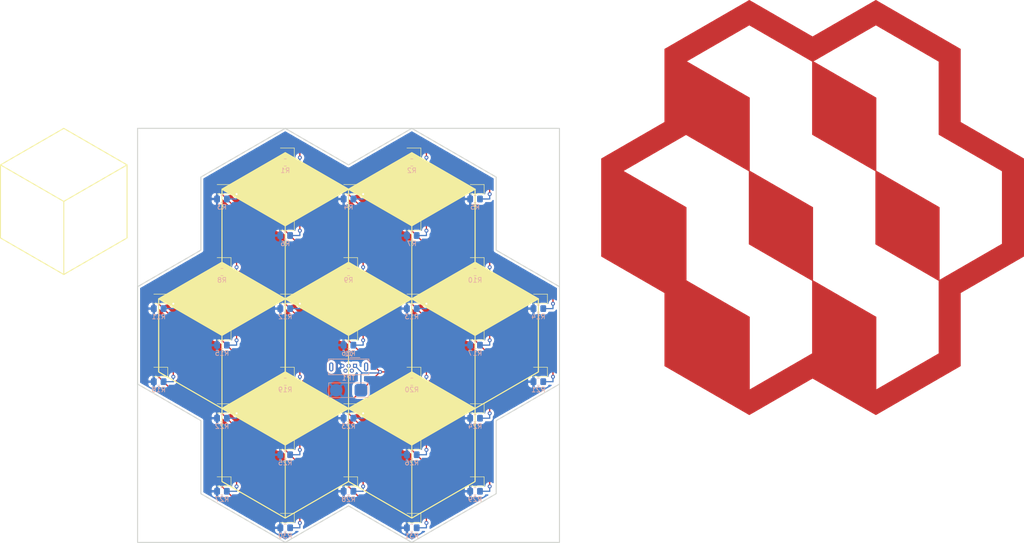
<source format=kicad_pcb>
(kicad_pcb (version 20211014) (generator pcbnew)
  (layers (0 "F.Cu" signal) (31 "B.Cu" signal) (34 "B.Paste" user) (35 "F.Paste" user) (36 "B.SilkS" user "B.Silkscreen") (37 "F.SilkS" user "F.Silkscreen") (38 "B.Mask" user) (39 "F.Mask" user) (44 "Edge.Cuts" user))
  (net 0 "")
  (net 1 "GND")
  (net 2 "Net-(D1-Pad1)")
  (net 3 "Net-(D2-Pad1)")
  (net 4 "/+5V")
  (net 5 "Net-(D3-Pad1)")
  (net 6 "Net-(D4-Pad1)")
  (net 7 "Net-(D5-Pad1)")
  (net 8 "Net-(D6-Pad1)")
  (net 9 "Net-(D7-Pad1)")
  (net 10 "Net-(D8-Pad1)")
  (net 11 "Net-(D9-Pad1)")
  (net 12 "Net-(D10-Pad1)")
  (net 13 "Net-(D11-Pad1)")
  (net 14 "Net-(D12-Pad1)")
  (net 15 "Net-(D13-Pad1)")
  (net 16 "Net-(D14-Pad1)")
  (net 17 "Net-(D15-Pad1)")
  (net 18 "Net-(D16-Pad1)")
  (net 19 "Net-(D17-Pad1)")
  (net 20 "Net-(D18-Pad1)")
  (net 21 "Net-(D19-Pad1)")
  (net 22 "Net-(D20-Pad1)")
  (net 23 "Net-(D21-Pad1)")
  (net 24 "Net-(D22-Pad1)")
  (net 25 "Net-(D23-Pad1)")
  (net 26 "Net-(D24-Pad1)")
  (net 27 "Net-(D25-Pad1)")
  (net 28 "Net-(D26-Pad1)")
  (net 29 "Net-(D27-Pad1)")
  (net 30 "Net-(D28-Pad1)")
  (net 31 "Net-(D29-Pad1)")
  (net 32 "Net-(D30-Pad1)")
  (net 33 "Net-(D31-Pad1)")
  (footprint "LED_SMD:LED_0805_2012Metric_Pad1.15x1.40mm_HandSolder" (layer "F.Cu") (at 132.06894 82.499596 180)
    (fp_text reference "D2" hide)
    (fp_text value "LED" hide)
  )
  (footprint "LED_SMD:LED_0805_2012Metric_Pad1.15x1.40mm_HandSolder" (layer "F.Cu") (at 132.068849 142.499611 180)
    (fp_text reference "D26" hide)
    (fp_text value "LED" hide)
  )
  (footprint "LED_SMD:LED_0805_2012Metric_Pad1.15x1.40mm_HandSolder" (layer "F.Cu") (at 119.078522 89.999916 180)
    (fp_text reference "D4" hide)
    (fp_text value "LED" hide)
  )
  (footprint "LED_SMD:LED_0805_2012Metric_Pad1.15x1.40mm_HandSolder" (layer "F.Cu") (at 158.049774 127.499947 180)
    (fp_text reference "D21" hide)
    (fp_text value "LED" hide)
  )
  (footprint "LED_SMD:LED_0805_2012Metric_Pad1.15x1.40mm_HandSolder" (layer "F.Cu") (at 145.059266 119.999611 180)
    (fp_text reference "D17" hide)
    (fp_text value "LED" hide)
  )
  (footprint "LED_SMD:LED_0805_2012Metric_Pad1.15x1.40mm_HandSolder" (layer "F.Cu") (at 80.107269 112.499825 180)
    (fp_text reference "D11" hide)
    (fp_text value "LED" hide)
  )
  (footprint "LED_SMD:LED_0805_2012Metric_Pad1.15x1.40mm_HandSolder" (layer "F.Cu") (at 93.097687 134.999748 180)
    (fp_text reference "D22" hide)
    (fp_text value "LED" hide)
  )
  (footprint "LED_SMD:LED_0805_2012Metric_Pad1.15x1.40mm_HandSolder" (layer "F.Cu") (at 132.068849 112.499596 180)
    (fp_text reference "D13" hide)
    (fp_text value "LED" hide)
  )
  (footprint "LED_SMD:LED_0805_2012Metric_Pad1.15x1.40mm_HandSolder" (layer "F.Cu") (at 145.059357 149.999885 180)
    (fp_text reference "D29" hide)
    (fp_text value "LED" hide)
  )
  (footprint "LED_SMD:LED_0805_2012Metric_Pad1.15x1.40mm_HandSolder" (layer "F.Cu") (at 93.097687 149.999885 180)
    (fp_text reference "D27" hide)
    (fp_text value "LED" hide)
  )
  (footprint "LED_SMD:LED_0805_2012Metric_Pad1.15x1.40mm_HandSolder" (layer "F.Cu") (at 93.097718 119.999611 180)
    (fp_text reference "D15" hide)
    (fp_text value "LED" hide)
  )
  (footprint "LED_SMD:LED_0805_2012Metric_Pad1.15x1.40mm_HandSolder" (layer "F.Cu") (at 132.068849 97.499595 180)
    (fp_text reference "D7" hide)
    (fp_text value "LED" hide)
  )
  (footprint "LED_SMD:LED_0805_2012Metric_Pad1.15x1.40mm_HandSolder" (layer "F.Cu") (at 119.078492 119.999611 180)
    (fp_text reference "D16" hide)
    (fp_text value "LED" hide)
  )
  (footprint "LED_SMD:LED_0805_2012Metric_Pad1.15x1.40mm_HandSolder" (layer "F.Cu") (at 145.059266 89.999596 180)
    (fp_text reference "D5" hide)
    (fp_text value "LED" hide)
  )
  (footprint "LED_SMD:LED_0805_2012Metric_Pad1.15x1.40mm_HandSolder" (layer "F.Cu") (at 132.06894 157.499672 180)
    (fp_text reference "D31" hide)
    (fp_text value "LED" hide)
  )
  (footprint "LED_SMD:LED_0805_2012Metric_Pad1.15x1.40mm_HandSolder" (layer "F.Cu") (at 106.088105 127.499611 180)
    (fp_text reference "D19" hide)
    (fp_text value "LED" hide)
  )
  (footprint "LED_SMD:LED_0805_2012Metric_Pad1.15x1.40mm_HandSolder" (layer "F.Cu") (at 93.097718 104.999596 180)
    (fp_text reference "D8" hide)
    (fp_text value "LED" hide)
  )
  (footprint "LED_SMD:LED_0805_2012Metric_Pad1.15x1.40mm_HandSolder" (layer "F.Cu") (at 80.107269 127.499931 180)
    (fp_text reference "D18" hide)
    (fp_text value "LED" hide)
  )
  (footprint "LED_SMD:LED_0805_2012Metric_Pad1.15x1.40mm_HandSolder" (layer "F.Cu") (at 106.088136 82.5 180)
    (fp_text reference "D1" hide)
    (fp_text value "LED" hide)
  )
  (footprint "LED_SMD:LED_0805_2012Metric_Pad1.15x1.40mm_HandSolder" (layer "F.Cu") (at 145.059266 134.999611 180)
    (fp_text reference "D24" hide)
    (fp_text value "LED" hide)
  )
  (footprint "LED_SMD:LED_0805_2012Metric_Pad1.15x1.40mm_HandSolder" (layer "F.Cu") (at 119.078492 134.999611 180)
    (fp_text reference "D23" hide)
    (fp_text value "LED" hide)
  )
  (footprint "LED_SMD:LED_0805_2012Metric_Pad1.15x1.40mm_HandSolder" (layer "F.Cu") (at 119.078522 149.999885 180)
    (fp_text reference "D28" hide)
    (fp_text value "LED" hide)
  )
  (footprint "LED_SMD:LED_0805_2012Metric_Pad1.15x1.40mm_HandSolder" (layer "F.Cu") (at 106.088105 142.499611 180)
    (fp_text reference "D25" hide)
    (fp_text value "LED" hide)
  )
  (footprint "LED_SMD:LED_0805_2012Metric_Pad1.15x1.40mm_HandSolder" (layer "F.Cu") (at 106.088105 112.499596 180)
    (fp_text reference "D12" hide)
    (fp_text value "LED" hide)
  )
  (footprint "LED_SMD:LED_0805_2012Metric_Pad1.15x1.40mm_HandSolder" (layer "F.Cu") (at 106.088105 157.499672 180)
    (fp_text reference "D30" hide)
    (fp_text value "LED" hide)
  )
  (footprint "LED_SMD:LED_0805_2012Metric_Pad1.15x1.40mm_HandSolder" (layer "F.Cu") (at 132.068849 127.499611 180)
    (fp_text reference "D20" hide)
    (fp_text value "LED" hide)
  )
  (footprint "LED_SMD:LED_0805_2012Metric_Pad1.15x1.40mm_HandSolder" (layer "F.Cu") (at 93.097687 89.999901 180)
    (fp_text reference "D3" hide)
    (fp_text value "LED" hide)
  )
  (footprint "LED_SMD:LED_0805_2012Metric_Pad1.15x1.40mm_HandSolder" (layer "F.Cu") (at 158.049774 112.49984 180)
    (fp_text reference "D14" hide)
    (fp_text value "LED" hide)
  )
  (footprint "LED_SMD:LED_0805_2012Metric_Pad1.15x1.40mm_HandSolder" (layer "F.Cu") (at 119.078492 104.999596 180)
    (fp_text reference "D9" hide)
    (fp_text value "LED" hide)
  )
  (footprint "LED_SMD:LED_0805_2012Metric_Pad1.15x1.40mm_HandSolder" (layer "F.Cu") (at 145.059357 104.999519 180)
    (fp_text reference "D10" hide)
    (fp_text value "LED" hide)
  )
  (footprint "LED_SMD:LED_0805_2012Metric_Pad1.15x1.40mm_HandSolder" (layer "F.Cu") (at 106.088105 97.499595 180)
    (fp_text reference "D6" hide)
    (fp_text value "LED" hide)
  )
  (footprint "Resistor_SMD:R_0805_2012Metric_Pad1.20x1.40mm_HandSolder" (layer "B.Cu") (at 132.06894 84.499596)
    (fp_text reference "R2")
    (fp_text value "220")
  )
  (footprint "Resistor_SMD:R_0805_2012Metric_Pad1.20x1.40mm_HandSolder" (layer "B.Cu") (at 158.049774 129.499947)
    (fp_text reference "R21")
    (fp_text value "220")
  )
  (footprint "Resistor_SMD:R_0805_2012Metric_Pad1.20x1.40mm_HandSolder" (layer "B.Cu") (at 80.107269 114.499825)
    (fp_text reference "R11")
    (fp_text value "220")
  )
  (footprint "Resistor_SMD:R_0805_2012Metric_Pad1.20x1.40mm_HandSolder" (layer "B.Cu") (at 145.059266 121.999611)
    (fp_text reference "R17")
    (fp_text value "220")
  )
  (footprint "Resistor_SMD:R_0805_2012Metric_Pad1.20x1.40mm_HandSolder" (layer "B.Cu") (at 145.059266 91.999596)
    (fp_text reference "R5")
    (fp_text value "220")
  )
  (footprint "Resistor_SMD:R_0805_2012Metric_Pad1.20x1.40mm_HandSolder" (layer "B.Cu") (at 106.088105 159.499672)
    (fp_text reference "R30")
    (fp_text value "220")
  )
  (footprint "Resistor_SMD:R_0805_2012Metric_Pad1.20x1.40mm_HandSolder" (layer "B.Cu") (at 80.107269 129.499931)
    (fp_text reference "R18")
    (fp_text value "220")
  )
  (footprint "Resistor_SMD:R_0805_2012Metric_Pad1.20x1.40mm_HandSolder" (layer "B.Cu") (at 93.097687 151.999885)
    (fp_text reference "R27")
    (fp_text value "220")
  )
  (footprint "Resistor_SMD:R_0805_2012Metric_Pad1.20x1.40mm_HandSolder" (layer "B.Cu") (at 106.088105 129.499611)
    (fp_text reference "R19")
    (fp_text value "220")
  )
  (footprint "Resistor_SMD:R_0805_2012Metric_Pad1.20x1.40mm_HandSolder" (layer "B.Cu") (at 132.06894 159.499672)
    (fp_text reference "R31")
    (fp_text value "220")
  )
  (footprint "Resistor_SMD:R_0805_2012Metric_Pad1.20x1.40mm_HandSolder" (layer "B.Cu") (at 132.068849 99.499595)
    (fp_text reference "R7")
    (fp_text value "220")
  )
  (footprint "Resistor_SMD:R_0805_2012Metric_Pad1.20x1.40mm_HandSolder" (layer "B.Cu") (at 145.059357 151.999885)
    (fp_text reference "R29")
    (fp_text value "220")
  )
  (footprint "Resistor_SMD:R_0805_2012Metric_Pad1.20x1.40mm_HandSolder" (layer "B.Cu") (at 119.078492 121.999611)
    (fp_text reference "R16")
    (fp_text value "220")
  )
  (footprint "Connector_USB:USB_Micro-B_Wuerth_614105150721_Vertical" (layer "B.Cu") (at 120.408492 126.25 180)
    (fp_text reference "J1")
    (fp_text value "USB_B_Micro")
  )
  (footprint "Resistor_SMD:R_0805_2012Metric_Pad1.20x1.40mm_HandSolder" (layer "B.Cu") (at 158.049774 114.49984)
    (fp_text reference "R14")
    (fp_text value "220")
  )
  (footprint "Resistor_SMD:R_0805_2012Metric_Pad1.20x1.40mm_HandSolder" (layer "B.Cu") (at 106.088105 114.499596)
    (fp_text reference "R12")
    (fp_text value "220")
  )
  (footprint "Resistor_SMD:R_0805_2012Metric_Pad1.20x1.40mm_HandSolder" (layer "B.Cu") (at 119.078492 106.999596)
    (fp_text reference "R9")
    (fp_text value "220")
  )
  (footprint "Resistor_SMD:R_0805_2012Metric_Pad1.20x1.40mm_HandSolder" (layer "B.Cu") (at 93.097687 91.999901)
    (fp_text reference "R3")
    (fp_text value "220")
  )
  (footprint "Resistor_SMD:R_0805_2012Metric_Pad1.20x1.40mm_HandSolder" (layer "B.Cu") (at 119.078522 151.999885)
    (fp_text reference "R28")
    (fp_text value "220")
  )
  (footprint "Resistor_SMD:R_0805_2012Metric_Pad1.20x1.40mm_HandSolder" (layer "B.Cu") (at 93.097687 136.999748)
    (fp_text reference "R22")
    (fp_text value "220")
  )
  (footprint "Resistor_SMD:R_0805_2012Metric_Pad1.20x1.40mm_HandSolder" (layer "B.Cu") (at 132.068849 114.499596)
    (fp_text reference "R13")
    (fp_text value "220")
  )
  (footprint "Resistor_SMD:R_0805_2012Metric_Pad1.20x1.40mm_HandSolder" (layer "B.Cu") (at 106.088105 144.499611)
    (fp_text reference "R25")
    (fp_text value "220")
  )
  (footprint "Resistor_SMD:R_0805_2012Metric_Pad1.20x1.40mm_HandSolder" (layer "B.Cu") (at 145.059357 106.999519)
    (fp_text reference "R10")
    (fp_text value "220")
  )
  (footprint "Resistor_SMD:R_0805_2012Metric_Pad1.20x1.40mm_HandSolder" (layer "B.Cu") (at 93.097718 106.999596)
    (fp_text reference "R8")
    (fp_text value "220")
  )
  (footprint "Resistor_SMD:R_0805_2012Metric_Pad1.20x1.40mm_HandSolder" (layer "B.Cu") (at 106.088136 84.5)
    (fp_text reference "R1")
    (fp_text value "220")
  )
  (footprint "Resistor_SMD:R_0805_2012Metric_Pad1.20x1.40mm_HandSolder" (layer "B.Cu") (at 145.059266 136.999611)
    (fp_text reference "R24")
    (fp_text value "220")
  )
  (footprint "Resistor_SMD:R_0805_2012Metric_Pad1.20x1.40mm_HandSolder" (layer "B.Cu") (at 119.078522 91.999916)
    (fp_text reference "R4")
    (fp_text value "220")
  )
  (footprint "Resistor_SMD:R_0805_2012Metric_Pad1.20x1.40mm_HandSolder" (layer "B.Cu") (at 119.078492 136.999611)
    (fp_text reference "R23")
    (fp_text value "220")
  )
  (footprint "TestPoint:TestPoint_2Pads_Pitch5.08mm_Drill1.3mm" (layer "B.Cu") (at 121.61852 131.25 180)
    (fp_text reference "TP1")
    (fp_text value "TestPoint_2Pole")
  )
  (footprint "Resistor_SMD:R_0805_2012Metric_Pad1.20x1.40mm_HandSolder" (layer "B.Cu") (at 132.068849 129.499611)
    (fp_text reference "R20")
    (fp_text value "220")
  )
  (footprint "Resistor_SMD:R_0805_2012Metric_Pad1.20x1.40mm_HandSolder" (layer "B.Cu") (at 132.068849 144.499611)
    (fp_text reference "R26")
    (fp_text value "220")
  )
  (footprint "Resistor_SMD:R_0805_2012Metric_Pad1.20x1.40mm_HandSolder" (layer "B.Cu") (at 106.088105 99.499595)
    (fp_text reference "R6")
    (fp_text value "220")
  )
  (footprint "Resistor_SMD:R_0805_2012Metric_Pad1.20x1.40mm_HandSolder" (layer "B.Cu") (at 93.097718 121.999611)
    (fp_text reference "R15")
    (fp_text value "220")
  )
  (gr_poly (pts (xy 227.331621 116.250183) (xy 227.331621 131.250183) (xy 214.341204 123.750183) (xy 214.341204 108.750183)) (layer "F.Cu") (width 0.2) (fill solid))
  (gr_poly (pts (xy 240.321977 93.750168) (xy 240.321977 108.750183) (xy 227.331621 101.250183) (xy 227.331621 86.250168)) (layer "F.Cu") (width 0.2) (fill solid))
  (gr_poly (pts (xy 201.350847 116.250183) (xy 201.350847 131.250183) (xy 188.36046 123.750183) (xy 188.36046 108.750183)) (layer "F.Cu") (width 0.2) (fill solid))
  (gr_poly (pts (xy 188.36046 93.750168) (xy 188.36046 108.750183) (xy 175.370073 101.250183) (xy 175.370073 86.250168)) (layer "F.Cu") (width 0.2) (fill solid))
  (gr_poly (pts (xy 244.652117 61.250076) (xy 244.652117 76.250198) (xy 257.642534 83.75) (xy 257.642534 103.749801) (xy 244.652117 111.250122) (xy 244.652117 126.250244) (xy 227.331713 136.250152) (xy 214.341295 128.749832) (xy 201.350878 136.250152) (xy 184.030474 126.250244) (xy 184.030474 111.250122) (xy 171.040056 103.749817) (xy 171.040056 101.250198) (xy 175.370042 101.250198) (xy 188.36046 108.750015) (xy 188.36046 123.750152) (xy 201.350878 131.249939) (xy 214.341295 123.750152) (xy 227.331713 131.249939) (xy 240.32213 123.750152) (xy 240.32213 108.75003) (xy 253.312547 101.250214) (xy 253.312547 86.250107) (xy 240.32213 78.749786) (xy 240.32213 63.750183) (xy 227.331713 56.249863) (xy 214.341295 63.750183) (xy 201.350878 56.249863) (xy 188.36046 63.750168) (xy 188.36046 78.749771) (xy 175.370042 86.250092) (xy 175.370042 101.250198) (xy 171.040056 101.250198) (xy 171.040056 83.75) (xy 184.030474 76.250198) (xy 184.030474 61.250076) (xy 201.350878 51.250175) (xy 214.341295 58.749977) (xy 227.331713 51.250175)) (layer "F.Cu") (width 0.2) (fill solid))
  (gr_poly (pts (xy 214.341204 93.750168) (xy 214.341204 108.750183) (xy 201.350847 101.250183) (xy 201.350847 86.250168)) (layer "F.Cu") (width 0.2) (fill solid))
  (gr_poly (pts (xy 201.350847 71.250168) (xy 201.350847 86.250168) (xy 188.36046 78.750167) (xy 188.36046 63.750168)) (layer "F.Cu") (width 0.2) (fill solid))
  (gr_poly (pts (xy 227.331621 71.250168) (xy 227.331621 86.250168) (xy 214.341204 78.750167) (xy 214.341204 63.750168)) (layer "F.Cu") (width 0.2) (fill solid))
  (gr_line (start 60.621792 92.5) (end 60.621762 107.5) (layer "F.SilkS") (width 0.2))
  (gr_line (start 158.049654 112.500068) (end 145.059297 120.000068) (layer "F.SilkS") (width 0.2))
  (gr_line (start 93.097596 119.999976) (end 93.097566 134.999976) (layer "F.SilkS") (width 0.2))
  (gr_poly (pts (xy 145.059266 135.000388) (xy 145.059297 150.000068) (xy 132.06891 157.500068) (xy 119.078431 149.999976) (xy 119.078431 135.000373) (xy 132.06894 127.500068)) (layer "F.SilkS") (width 0.2) (fill none))
  (gr_poly (pts (xy 132.068879 112.500388) (xy 132.06891 127.500068) (xy 119.078523 135.000068) (xy 106.088044 127.499976) (xy 106.088044 112.500373) (xy 119.078553 105.000068)) (layer "F.SilkS") (width 0.2) (fill none))
  (gr_poly (pts (xy 132.06894 112.500068) (xy 119.078553 120.000068) (xy 106.088166 112.500068) (xy 119.078553 105.000068)) (layer "F.SilkS") (width 0.2) (fill solid))
  (gr_line (start 73.612149 85) (end 60.621792 92.5) (layer "F.SilkS") (width 0.2))
  (gr_line (start 93.097596 90.000373) (end 106.088105 97.500068) (layer "F.SilkS") (width 0.2))
  (gr_line (start 106.088105 97.500068) (end 106.088075 112.500068) (layer "F.SilkS") (width 0.2))
  (gr_line (start 119.078431 90.000373) (end 132.06894 97.500068) (layer "F.SilkS") (width 0.2))
  (gr_line (start 119.078553 135.000068) (end 106.088196 142.500068) (layer "F.SilkS") (width 0.2))
  (gr_line (start 145.059297 120.000068) (end 145.059267 135.000068) (layer "F.SilkS") (width 0.2))
  (gr_line (start 106.088044 112.500373) (end 119.078553 120.000068) (layer "F.SilkS") (width 0.2))
  (gr_poly (pts (xy 119.078431 90.000388) (xy 119.078462 105.000068) (xy 106.088075 112.500068) (xy 93.097596 104.999976) (xy 93.097596 90.000373) (xy 106.088105 82.500068)) (layer "F.SilkS") (width 0.2) (fill none))
  (gr_line (start 80.107087 112.500281) (end 93.097596 119.999976) (layer "F.SilkS") (width 0.2))
  (gr_poly (pts (xy 106.088166 112.500068) (xy 93.097779 120.000068) (xy 80.107423 112.500068) (xy 93.097779 105.000068)) (layer "F.SilkS") (width 0.2) (fill solid))
  (gr_line (start 119.078553 120.000068) (end 119.078523 135.000068) (layer "F.SilkS") (width 0.2))
  (gr_line (start 93.097687 135.000373) (end 106.088196 142.500068) (layer "F.SilkS") (width 0.2))
  (gr_poly (pts (xy 119.078553 135.000068) (xy 106.088196 142.500068) (xy 93.097779 135.000068) (xy 106.088196 127.500068)) (layer "F.SilkS") (width 0.2) (fill solid))
  (gr_poly (pts (xy 145.059357 90.000388) (xy 145.059357 104.999991) (xy 158.049774 112.500312) (xy 158.049774 127.500419) (xy 145.059357 135.000235) (xy 145.059357 150.000357) (xy 132.06894 157.500144) (xy 119.078522 150.000357) (xy 106.088105 157.499672) (xy 93.097718 149.999672) (xy 93.097687 135.00022) (xy 80.107269 127.500403) (xy 80.107269 112.500297) (xy 93.097687 104.999976) (xy 93.097687 90.000373) (xy 106.088105 82.500068) (xy 119.078522 90.000388) (xy 132.06894 82.500068)) (layer "F.SilkS") (width 0.2) (fill none))
  (gr_poly (pts (xy 158.049623 112.500388) (xy 158.049654 127.500068) (xy 145.059267 135.000068) (xy 132.068788 127.499976) (xy 132.068788 112.500373) (xy 145.059297 105.000068)) (layer "F.SilkS") (width 0.2) (fill none))
  (gr_line (start 47.631283 85.000305) (end 60.621792 92.5) (layer "F.SilkS") (width 0.2))
  (gr_poly (pts (xy 145.059327 135.000068) (xy 132.06894 142.500068) (xy 119.078553 135.000068) (xy 132.06894 127.500068)) (layer "F.SilkS") (width 0.2) (fill solid))
  (gr_line (start 145.059297 90.000068) (end 132.06894 97.500068) (layer "F.SilkS") (width 0.2))
  (gr_poly (pts (xy 119.078553 90.000068) (xy 106.088196 97.500068) (xy 93.097779 90.000068) (xy 106.088196 82.500068)) (layer "F.SilkS") (width 0.2) (fill solid))
  (gr_line (start 119.078431 135.000373) (end 132.06894 142.500068) (layer "F.SilkS") (width 0.2))
  (gr_line (start 132.068788 112.500373) (end 145.059297 120.000068) (layer "F.SilkS") (width 0.2))
  (gr_line (start 106.087953 112.499976) (end 93.097596 119.999976) (layer "F.SilkS") (width 0.2))
  (gr_poly (pts (xy 145.059266 90.000388) (xy 145.059297 105.000068) (xy 132.06891 112.500068) (xy 119.078431 104.999976) (xy 119.078431 90.000373) (xy 132.06894 82.500068)) (layer "F.SilkS") (width 0.2) (fill none))
  (gr_line (start 119.078462 90.000068) (end 106.088105 97.500068) (layer "F.SilkS") (width 0.2))
  (gr_poly (pts (xy 145.059327 90.000068) (xy 132.06894 97.500068) (xy 119.078553 90.000068) (xy 132.06894 82.500068)) (layer "F.SilkS") (width 0.2) (fill solid))
  (gr_line (start 132.06894 142.500068) (end 132.06891 157.500068) (layer "F.SilkS") (width 0.2))
  (gr_poly (pts (xy 119.078522 135.000388) (xy 119.078553 150.000068) (xy 106.088166 157.500068) (xy 93.097687 149.999976) (xy 93.097687 135.000373) (xy 106.088196 127.500068)) (layer "F.SilkS") (width 0.2) (fill none))
  (gr_poly (pts (xy 106.087922 112.500296) (xy 106.087953 127.499976) (xy 93.097566 134.999976) (xy 80.107087 127.499884) (xy 80.107087 112.500281) (xy 93.097596 104.999976)) (layer "F.SilkS") (width 0.2) (fill none))
  (gr_line (start 145.059297 135.000068) (end 132.06894 142.500068) (layer "F.SilkS") (width 0.2))
  (gr_poly (pts (xy 73.612118 85.00032) (xy 73.612149 100) (xy 60.621762 107.5) (xy 47.631283 99.999908) (xy 47.631283 85.000305) (xy 60.621792 77.5)) (layer "F.SilkS") (width 0.2) (fill none))
  (gr_line (start 132.06894 97.500068) (end 132.06891 112.500068) (layer "F.SilkS") (width 0.2))
  (gr_line (start 106.088196 142.500068) (end 106.088166 157.500068) (layer "F.SilkS") (width 0.2))
  (gr_poly (pts (xy 158.049683 112.500068) (xy 145.059327 120.000068) (xy 132.06894 112.500068) (xy 145.059327 105.000068)) (layer "F.SilkS") (width 0.2) (fill solid))
  (gr_line (start 132.06891 112.500068) (end 119.078553 120.000068) (layer "F.SilkS") (width 0.2))
  (gr_poly (pts (xy 149.389308 87.499901) (xy 149.389308 102.500023) (xy 162.379725 109.999825) (xy 162.379725 129.999626) (xy 149.389308 137.499947) (xy 149.389308 152.500069) (xy 132.068904 162.499977) (xy 119.078486 154.999657) (xy 106.088069 162.499977) (xy 88.767665 152.500069) (xy 88.767665 137.499947) (xy 75.777247 129.999642) (xy 75.777247 109.999825) (xy 88.767665 102.500023) (xy 88.767665 87.499901) (xy 106.088069 77.5) (xy 119.078486 84.999802) (xy 132.068904 77.5)) (layer "Edge.Cuts") (width 0.2) (fill none))
  (gr_rect (start 75.777345 77.500144) (end 162.379884 162.500144) (layer "Edge.Cuts") (width 0.2) (fill none))
  (segment (start 107.113136 82.5) (end 109.088136 82.5) (width 0.25) (layer "F.Cu") (net 2))
  (segment (start 109.088136 82.5) (end 109.088136 83.5) (width 0.25) (layer "F.Cu") (net 2))
  (via (at 109.088136 83.5) (size 0.8) (drill 0.4) (layers "F.Cu" "B.Cu") (net 2))
  (segment (start 109.088136 83.5) (end 109.088136 84.5) (width 0.25) (layer "B.Cu") (net 2))
  (segment (start 109.088136 84.5) (end 107.088136 84.5) (width 0.25) (layer "B.Cu") (net 2))
  (segment (start 133.09394 82.499596) (end 135.06894 82.499596) (width 0.25) (layer "F.Cu") (net 3))
  (segment (start 135.06894 82.499596) (end 135.06894 83.499596) (width 0.25) (layer "F.Cu") (net 3))
  (via (at 135.06894 83.499596) (size 0.8) (drill 0.4) (layers "F.Cu" "B.Cu") (net 3))
  (segment (start 135.06894 84.499596) (end 133.06894 84.499596) (width 0.25) (layer "B.Cu") (net 3))
  (segment (start 135.06894 83.499596) (end 135.06894 84.499596) (width 0.25) (layer "B.Cu") (net 3))
  (segment (start 125.553492 127.499611) (end 131.043849 127.499611) (width 0.25) (layer "F.Cu") (net 4))
  (segment (start 112.563105 119.999596) (end 112.563105 119.999611) (width 0.25) (layer "F.Cu") (net 4))
  (segment (start 125.553796 142.499611) (end 131.043849 142.499611) (width 0.25) (layer "F.Cu") (net 4))
  (segment (start 138.543727 149.999885) (end 144.034357 149.999885) (width 0.25) (layer "F.Cu") (net 4))
  (segment (start 131.043849 112.499596) (end 138.543864 119.999611) (width 0.25) (layer "F.Cu") (net 4))
  (segment (start 131.04394 157.499672) (end 138.543727 149.999885) (width 0.25) (layer "F.Cu") (net 4))
  (segment (start 105.063105 142.500098) (end 112.562892 149.999885) (width 0.25) (layer "F.Cu") (net 4))
  (segment (start 138.543848 89.999596) (end 144.034266 89.999596) (width 0.25) (layer "F.Cu") (net 4))
  (segment (start 131.043849 142.499611) (end 138.543849 134.999611) (width 0.25) (layer "F.Cu") (net 4))
  (segment (start 125.553309 157.499672) (end 118.053522 149.999885) (width 0.25) (layer "F.Cu") (net 4))
  (segment (start 79.082269 127.499931) (end 86.582086 134.999748) (width 0.25) (layer "F.Cu") (net 4))
  (segment (start 118.053492 119.999611) (end 125.553492 127.499611) (width 0.25) (layer "F.Cu") (net 4))
  (segment (start 138.543849 119.999611) (end 144.034266 119.999611) (width 0.25) (layer "F.Cu") (net 4))
  (segment (start 79.082269 112.499825) (end 86.582055 119.999611) (width 0.25) (layer "F.Cu") (net 4))
  (segment (start 99.572992 82.499596) (end 105.063105 82.499596) (width 0.25) (layer "F.Cu") (net 4))
  (segment (start 144.034266 119.999611) (end 151.534602 127.499947) (width 0.25) (layer "F.Cu") (net 4))
  (segment (start 86.582086 134.999748) (end 92.072687 134.999748) (width 0.25) (layer "F.Cu") (net 4))
  (segment (start 131.043849 127.499611) (end 138.543849 134.999611) (width 0.25) (layer "F.Cu") (net 4))
  (segment (start 118.053522 149.999885) (end 125.553796 142.499611) (width 0.25) (layer "F.Cu") (net 4))
  (segment (start 92.072718 104.999596) (end 99.572719 97.499595) (width 0.25) (layer "F.Cu") (net 4))
  (segment (start 105.063105 127.499611) (end 112.563105 119.999611) (width 0.25) (layer "F.Cu") (net 4))
  (segment (start 105.063105 97.499595) (end 112.562784 89.999916) (width 0.25) (layer "F.Cu") (net 4))
  (segment (start 118.053522 89.999916) (end 125.553842 82.499596) (width 0.25) (layer "F.Cu") (net 4))
  (segment (start 112.562784 89.999916) (end 118.053522 89.999916) (width 0.25) (layer "F.Cu") (net 4))
  (segment (start 131.04394 82.499596) (end 131.04394 82.499688) (width 0.25) (layer "F.Cu") (net 4))
  (segment (start 131.043849 97.499595) (end 138.543773 104.999519) (width 0.25) (layer "F.Cu") (net 4))
  (segment (start 125.553201 97.499595) (end 131.043849 97.499595) (width 0.25) (layer "F.Cu") (net 4))
  (segment (start 144.034266 134.999611) (end 151.53393 127.499947) (width 0.25) (layer "F.Cu") (net 4))
  (segment (start 118.053492 104.999596) (end 125.553493 97.499595) (width 0.25) (layer "F.Cu") (net 4))
  (segment (start 125.553842 82.499596) (end 131.04394 82.499596) (width 0.25) (layer "F.Cu") (net 4))
  (segment (start 105.063105 157.499672) (end 112.562892 149.999885) (width 0.25) (layer "F.Cu") (net 4))
  (segment (start 105.063105 112.499596) (end 112.563105 119.999596) (width 0.25) (layer "F.Cu") (net 4))
  (segment (start 138.543849 134.999611) (end 144.034266 134.999611) (width 0.25) (layer "F.Cu") (net 4))
  (segment (start 118.053492 134.999611) (end 125.553492 127.499611) (width 0.25) (layer "F.Cu") (net 4))
  (segment (start 99.572961 142.499611) (end 105.063105 142.499611) (width 0.25) (layer "F.Cu") (net 4))
  (segment (start 118.053492 119.999611) (end 125.553507 112.499596) (width 0.25) (layer "F.Cu") (net 4))
  (segment (start 131.043849 127.499611) (end 138.543849 119.999611) (width 0.25) (layer "F.Cu") (net 4))
  (segment (start 86.582589 119.999611) (end 92.072718 119.999611) (width 0.25) (layer "F.Cu") (net 4))
  (segment (start 118.053492 134.999611) (end 125.553492 142.499611) (width 0.25) (layer "F.Cu") (net 4))
  (segment (start 79.082269 127.499931) (end 86.582589 119.999611) (width 0.25) (layer "F.Cu") (net 4))
  (segment (start 92.072687 134.999748) (end 99.57255 142.499611) (width 0.25) (layer "F.Cu") (net 4))
  (segment (start 131.04394 82.499688) (end 138.543848 89.999596) (width 0.25) (layer "F.Cu") (net 4))
  (segment (start 99.572718 127.499611) (end 99.572824 127.499611) (width 0.25) (layer "F.Cu") (net 4))
  (segment (start 105.063105 142.499611) (end 112.563105 134.999611) (width 0.25) (layer "F.Cu") (net 4))
  (segment (start 144.034266 119.999611) (end 151.534037 112.49984) (width 0.25) (layer "F.Cu") (net 4))
  (segment (start 112.562784 89.999275) (end 112.562784 89.999916) (width 0.25) (layer "F.Cu") (net 4))
  (segment (start 79.082269 112.499825) (end 86.582498 104.999596) (width 0.25) (layer "F.Cu") (net 4))
  (segment (start 86.582498 104.999596) (end 92.072718 104.999596) (width 0.25) (layer "F.Cu") (net 4))
  (segment (start 112.562892 149.999885) (end 118.053522 149.999885) (width 0.25) (layer "F.Cu") (net 4))
  (segment (start 92.072687 89.999901) (end 99.572381 97.499595) (width 0.25) (layer "F.Cu") (net 4))
  (segment (start 125.553492 142.499611) (end 125.553796 142.499611) (width 0.25) (layer "F.Cu") (net 4))
  (segment (start 118.053522 89.999916) (end 125.553201 97.499595) (width 0.25) (layer "F.Cu") (net 4))
  (segment (start 99.572718 112.499596) (end 99.572733 112.499596) (width 0.25) (layer "F.Cu") (net 4))
  (segment (start 92.072687 149.999885) (end 99.572474 157.499672) (width 0.25) (layer "F.Cu") (net 4))
  (segment (start 92.072718 119.999611) (end 99.572718 127.499611) (width 0.25) (layer "F.Cu") (net 4))
  (segment (start 92.072687 89.999901) (end 99.572992 82.499596) (width 0.25) (layer "F.Cu") (net 4))
  (segment (start 144.034357 104.999519) (end 151.534678 112.49984) (width 0.25) (layer "F.Cu") (net 4))
  (segment (start 92.072718 104.999596) (end 99.572718 112.499596) (width 0.25) (layer "F.Cu") (net 4))
  (segment (start 92.072687 134.999748) (end 99.572824 127.499611) (width 0.25) (layer "F.Cu") (net 4))
  (segment (start 92.072718 119.999611) (end 99.572733 112.499596) (width 0.25) (layer "F.Cu") (net 4))
  (segment (start 118.053492 104.999596) (end 125.553492 112.499596) (width 0.25) (layer "F.Cu") (net 4))
  (segment (start 151.53393 127.499947) (end 157.024774 127.499947) (width 0.25) (layer "F.Cu") (net 4))
  (segment (start 99.572733 112.499596) (end 105.063105 112.499596) (width 0.25) (layer "F.Cu") (net 4))
  (segment (start 99.57255 142.499611) (end 99.572961 142.499611) (width 0.25) (layer "F.Cu") (net 4))
  (segment (start 131.043849 112.499596) (end 138.543926 104.999519) (width 0.25) (layer "F.Cu") (net 4))
  (segment (start 131.043849 142.499611) (end 138.544123 149.999885) (width 0.25) (layer "F.Cu") (net 4))
  (segment (start 92.072687 149.999885) (end 99.572961 142.499611) (width 0.25) (layer "F.Cu") (net 4))
  (segment (start 138.543773 104.999519) (end 144.034357 104.999519) (width 0.25) (layer "F.Cu") (net 4))
  (segment (start 105.063105 112.499596) (end 112.563105 104.999596) (width 0.25) (layer "F.Cu") (net 4))
  (segment (start 99.572719 97.499595) (end 105.063105 97.499595) (width 0.25) (layer "F.Cu") (net 4))
  (segment (start 105.063105 142.499611) (end 105.063105 142.500098) (width 0.25) (layer "F.Cu") (net 4))
  (segment (start 112.563105 119.999611) (end 118.053492 119.999611) (width 0.25) (layer "F.Cu") (net 4))
  (segment (start 112.563105 134.999611) (end 118.053492 134.999611) (width 0.25) (layer "F.Cu") (net 4))
  (segment (start 112.563105 104.999596) (end 118.053492 104.999596) (width 0.25) (layer "F.Cu") (net 4))
  (segment (start 105.063105 82.499596) (end 112.562784 89.999275) (width 0.25) (layer "F.Cu") (net 4))
  (segment (start 131.043849 97.499595) (end 138.543848 89.999596) (width 0.25) (layer "F.Cu") (net 4))
  (segment (start 99.572824 127.499611) (end 105.063105 127.499611) (width 0.25) (layer "F.Cu") (net 4))
  (segment (start 99.572381 97.499595) (end 99.572719 97.499595) (width 0.25) (layer "F.Cu") (net 4))
  (segment (start 125.553492 112.499596) (end 131.043849 112.499596) (width 0.25) (layer "F.Cu") (net 4))
  (segment (start 86.582055 119.999611) (end 86.582589 119.999611) (width 0.25) (layer "F.Cu") (net 4))
  (segment (start 151.534037 112.49984) (end 157.024774 112.49984) (width 0.25) (layer "F.Cu") (net 4))
  (segment (start 99.572474 157.499672) (end 105.063105 157.499672) (width 0.25) (layer "F.Cu") (net 4))
  (segment (start 131.04394 157.499672) (end 125.553309 157.499672) (width 0.25) (layer "F.Cu") (net 4))
  (segment (start 105.063105 97.499595) (end 112.563105 104.999596) (width 0.25) (layer "F.Cu") (net 4))
  (segment (start 105.063105 127.499611) (end 112.563105 134.999611) (width 0.25) (layer "F.Cu") (net 4))
  (via (at 125.553492 127.499611) (size 0.8) (drill 0.4) (layers "F.Cu" "B.Cu") (net 4))
  (segment (start 125.553492 127.499611) (end 125.333583 127.71952) (width 0.25) (layer "B.Cu") (net 4))
  (segment (start 121.878012 127.71952) (end 120.408492 126.25) (width 0.25) (layer "B.Cu") (net 4))
  (segment (start 121.61852 131.25) (end 121.61852 127.979012) (width 0.25) (layer "B.Cu") (net 4))
  (segment (start 125.333583 127.71952) (end 121.878012 127.71952) (width 0.25) (layer "B.Cu") (net 4))
  (segment (start 121.61852 127.979012) (end 121.878012 127.71952) (width 0.25) (layer "B.Cu") (net 4))
  (segment (start 96.097687 89.999901) (end 96.097687 90.999901) (width 0.25) (layer "F.Cu") (net 5))
  (segment (start 94.122687 89.999901) (end 96.097687 89.999901) (width 0.25) (layer "F.Cu") (net 5))
  (via (at 96.097687 90.999901) (size 0.8) (drill 0.4) (layers "F.Cu" "B.Cu") (net 5))
  (segment (start 96.097687 91.999901) (end 94.097687 91.999901) (width 0.25) (layer "B.Cu") (net 5))
  (segment (start 96.097687 90.999901) (end 96.097687 91.999901) (width 0.25) (layer "B.Cu") (net 5))
  (segment (start 120.103522 89.999916) (end 122.078522 89.999916) (width 0.25) (layer "F.Cu") (net 6))
  (segment (start 122.078522 89.999916) (end 122.078522 90.999916) (width 0.25) (layer "F.Cu") (net 6))
  (via (at 122.078522 90.999916) (size 0.8) (drill 0.4) (layers "F.Cu" "B.Cu") (net 6))
  (segment (start 122.078522 90.999916) (end 122.078522 91.999916) (width 0.25) (layer "B.Cu") (net 6))
  (segment (start 122.078522 91.999916) (end 120.078522 91.999916) (width 0.25) (layer "B.Cu") (net 6))
  (segment (start 146.084266 89.999596) (end 148.059266 89.999596) (width 0.25) (layer "F.Cu") (net 7))
  (segment (start 148.059266 89.999596) (end 148.059266 90.999596) (width 0.25) (layer "F.Cu") (net 7))
  (via (at 148.059266 90.999596) (size 0.8) (drill 0.4) (layers "F.Cu" "B.Cu") (net 7))
  (segment (start 148.059266 90.999596) (end 148.059266 91.999596) (width 0.25) (layer "B.Cu") (net 7))
  (segment (start 148.059266 91.999596) (end 146.059266 91.999596) (width 0.25) (layer "B.Cu") (net 7))
  (segment (start 109.088105 97.499595) (end 109.088105 98.499595) (width 0.25) (layer "F.Cu") (net 8))
  (segment (start 107.113105 97.499595) (end 109.088105 97.499595) (width 0.25) (layer "F.Cu") (net 8))
  (via (at 109.088105 98.499595) (size 0.8) (drill 0.4) (layers "F.Cu" "B.Cu") (net 8))
  (segment (start 109.088105 99.499595) (end 107.088105 99.499595) (width 0.25) (layer "B.Cu") (net 8))
  (segment (start 109.088105 98.499595) (end 109.088105 99.499595) (width 0.25) (layer "B.Cu") (net 8))
  (segment (start 133.093849 97.499595) (end 135.068849 97.499595) (width 0.25) (layer "F.Cu") (net 9))
  (segment (start 135.068849 97.499595) (end 135.068849 98.499595) (width 0.25) (layer "F.Cu") (net 9))
  (via (at 135.068849 98.499595) (size 0.8) (drill 0.4) (layers "F.Cu" "B.Cu") (net 9))
  (segment (start 135.068849 99.499595) (end 133.068849 99.499595) (width 0.25) (layer "B.Cu") (net 9))
  (segment (start 135.068849 98.499595) (end 135.068849 99.499595) (width 0.25) (layer "B.Cu") (net 9))
  (segment (start 94.122718 104.999596) (end 96.097718 104.999596) (width 0.25) (layer "F.Cu") (net 10))
  (segment (start 96.097718 104.999596) (end 96.097718 105.999596) (width 0.25) (layer "F.Cu") (net 10))
  (via (at 96.097718 105.999596) (size 0.8) (drill 0.4) (layers "F.Cu" "B.Cu") (net 10))
  (segment (start 96.097718 106.999596) (end 94.097718 106.999596) (width 0.25) (layer "B.Cu") (net 10))
  (segment (start 96.097718 105.999596) (end 96.097718 106.999596) (width 0.25) (layer "B.Cu") (net 10))
  (segment (start 120.103492 104.999596) (end 122.078492 104.999596) (width 0.25) (layer "F.Cu") (net 11))
  (segment (start 122.078492 104.999596) (end 122.078492 105.999596) (width 0.25) (layer "F.Cu") (net 11))
  (via (at 122.078492 105.999596) (size 0.8) (drill 0.4) (layers "F.Cu" "B.Cu") (net 11))
  (segment (start 122.078492 106.999596) (end 120.078492 106.999596) (width 0.25) (layer "B.Cu") (net 11))
  (segment (start 122.078492 105.999596) (end 122.078492 106.999596) (width 0.25) (layer "B.Cu") (net 11))
  (segment (start 148.059357 104.999519) (end 148.059357 105.999519) (width 0.25) (layer "F.Cu") (net 12))
  (segment (start 146.084357 104.999519) (end 148.059357 104.999519) (width 0.25) (layer "F.Cu") (net 12))
  (via (at 148.059357 105.999519) (size 0.8) (drill 0.4) (layers "F.Cu" "B.Cu") (net 12))
  (segment (start 148.059357 105.999519) (end 148.059357 106.999519) (width 0.25) (layer "B.Cu") (net 12))
  (segment (start 148.059357 106.999519) (end 146.059357 106.999519) (width 0.25) (layer "B.Cu") (net 12))
  (segment (start 83.107269 112.499825) (end 83.107269 113.499825) (width 0.25) (layer "F.Cu") (net 13))
  (segment (start 81.132269 112.499825) (end 83.107269 112.499825) (width 0.25) (layer "F.Cu") (net 13))
  (via (at 83.107269 113.499825) (size 0.8) (drill 0.4) (layers "F.Cu" "B.Cu") (net 13))
  (segment (start 83.107269 114.499825) (end 81.107269 114.499825) (width 0.25) (layer "B.Cu") (net 13))
  (segment (start 83.107269 113.499825) (end 83.107269 114.499825) (width 0.25) (layer "B.Cu") (net 13))
  (segment (start 107.113105 112.499596) (end 109.088105 112.499596) (width 0.25) (layer "F.Cu") (net 14))
  (segment (start 109.088105 112.499596) (end 109.088105 113.499596) (width 0.25) (layer "F.Cu") (net 14))
  (via (at 109.088105 113.499596) (size 0.8) (drill 0.4) (layers "F.Cu" "B.Cu") (net 14))
  (segment (start 109.088105 113.499596) (end 109.088105 114.499596) (width 0.25) (layer "B.Cu") (net 14))
  (segment (start 109.088105 114.499596) (end 107.088105 114.499596) (width 0.25) (layer "B.Cu") (net 14))
  (segment (start 133.093849 112.499596) (end 135.068849 112.499596) (width 0.25) (layer "F.Cu") (net 15))
  (segment (start 135.068849 112.499596) (end 135.068849 113.499596) (width 0.25) (layer "F.Cu") (net 15))
  (via (at 135.068849 113.499596) (size 0.8) (drill 0.4) (layers "F.Cu" "B.Cu") (net 15))
  (segment (start 135.068849 114.499596) (end 133.068849 114.499596) (width 0.25) (layer "B.Cu") (net 15))
  (segment (start 135.068849 113.499596) (end 135.068849 114.499596) (width 0.25) (layer "B.Cu") (net 15))
  (segment (start 159.074774 112.49984) (end 161.049774 112.49984) (width 0.25) (layer "F.Cu") (net 16))
  (segment (start 161.049774 112.49984) (end 161.049774 113.49984) (width 0.25) (layer "F.Cu") (net 16))
  (via (at 161.049774 113.49984) (size 0.8) (drill 0.4) (layers "F.Cu" "B.Cu") (net 16))
  (segment (start 161.049774 113.49984) (end 161.049774 114.49984) (width 0.25) (layer "B.Cu") (net 16))
  (segment (start 161.049774 114.49984) (end 159.049774 114.49984) (width 0.25) (layer "B.Cu") (net 16))
  (segment (start 96.097718 119.999611) (end 96.097718 120.999611) (width 0.25) (layer "F.Cu") (net 17))
  (segment (start 94.122718 119.999611) (end 96.097718 119.999611) (width 0.25) (layer "F.Cu") (net 17))
  (via (at 96.097718 120.999611) (size 0.8) (drill 0.4) (layers "F.Cu" "B.Cu") (net 17))
  (segment (start 96.097718 121.999611) (end 94.097718 121.999611) (width 0.25) (layer "B.Cu") (net 17))
  (segment (start 96.097718 120.999611) (end 96.097718 121.999611) (width 0.25) (layer "B.Cu") (net 17))
  (segment (start 120.103492 119.999611) (end 122.078492 119.999611) (width 0.25) (layer "F.Cu") (net 18))
  (segment (start 122.078492 119.999611) (end 122.078492 120.999611) (width 0.25) (layer "F.Cu") (net 18))
  (via (at 122.078492 120.999611) (size 0.8) (drill 0.4) (layers "F.Cu" "B.Cu") (net 18))
  (segment (start 122.078492 120.999611) (end 122.078492 121.999611) (width 0.25) (layer "B.Cu") (net 18))
  (segment (start 122.078492 121.999611) (end 120.078492 121.999611) (width 0.25) (layer "B.Cu") (net 18))
  (segment (start 148.059266 119.999611) (end 148.059266 120.999611) (width 0.25) (layer "F.Cu") (net 19))
  (segment (start 146.084266 119.999611) (end 148.059266 119.999611) (width 0.25) (layer "F.Cu") (net 19))
  (via (at 148.059266 120.999611) (size 0.8) (drill 0.4) (layers "F.Cu" "B.Cu") (net 19))
  (segment (start 148.059266 120.999611) (end 148.059266 121.999611) (width 0.25) (layer "B.Cu") (net 19))
  (segment (start 148.059266 121.999611) (end 146.059266 121.999611) (width 0.25) (layer "B.Cu") (net 19))
  (segment (start 81.132269 127.499931) (end 83.107269 127.499931) (width 0.25) (layer "F.Cu") (net 20))
  (segment (start 83.107269 127.499931) (end 83.107269 128.499931) (width 0.25) (layer "F.Cu") (net 20))
  (via (at 83.107269 128.499931) (size 0.8) (drill 0.4) (layers "F.Cu" "B.Cu") (net 20))
  (segment (start 83.107269 129.499931) (end 81.107269 129.499931) (width 0.25) (layer "B.Cu") (net 20))
  (segment (start 83.107269 128.499931) (end 83.107269 129.499931) (width 0.25) (layer "B.Cu") (net 20))
  (segment (start 109.088105 127.499611) (end 109.088105 128.499611) (width 0.25) (layer "F.Cu") (net 21))
  (segment (start 107.113105 127.499611) (end 109.088105 127.499611) (width 0.25) (layer "F.Cu") (net 21))
  (via (at 109.088105 128.499611) (size 0.8) (drill 0.4) (layers "F.Cu" "B.Cu") (net 21))
  (segment (start 109.088105 129.499611) (end 107.088105 129.499611) (width 0.25) (layer "B.Cu") (net 21))
  (segment (start 109.088105 128.499611) (end 109.088105 129.499611) (width 0.25) (layer "B.Cu") (net 21))
  (segment (start 133.093849 127.499611) (end 135.068849 127.499611) (width 0.25) (layer "F.Cu") (net 22))
  (segment (start 135.068849 127.499611) (end 135.068849 128.499611) (width 0.25) (layer "F.Cu") (net 22))
  (via (at 135.068849 128.499611) (size 0.8) (drill 0.4) (layers "F.Cu" "B.Cu") (net 22))
  (segment (start 135.068849 128.499611) (end 135.068849 129.499611) (width 0.25) (layer "B.Cu") (net 22))
  (segment (start 135.068849 129.499611) (end 133.068849 129.499611) (width 0.25) (layer "B.Cu") (net 22))
  (segment (start 159.074774 127.499947) (end 161.049774 127.499947) (width 0.25) (layer "F.Cu") (net 23))
  (segment (start 161.049774 127.499947) (end 161.049774 128.499947) (width 0.25) (layer "F.Cu") (net 23))
  (via (at 161.049774 128.499947) (size 0.8) (drill 0.4) (layers "F.Cu" "B.Cu") (net 23))
  (segment (start 161.049774 129.499947) (end 159.049774 129.499947) (width 0.25) (layer "B.Cu") (net 23))
  (segment (start 161.049774 128.499947) (end 161.049774 129.499947) (width 0.25) (layer "B.Cu") (net 23))
  (segment (start 96.097687 134.999748) (end 96.097687 135.999748) (width 0.25) (layer "F.Cu") (net 24))
  (segment (start 94.122687 134.999748) (end 96.097687 134.999748) (width 0.25) (layer "F.Cu") (net 24))
  (via (at 96.097687 135.999748) (size 0.8) (drill 0.4) (layers "F.Cu" "B.Cu") (net 24))
  (segment (start 96.097687 135.999748) (end 96.097687 136.999748) (width 0.25) (layer "B.Cu") (net 24))
  (segment (start 96.097687 136.999748) (end 94.097687 136.999748) (width 0.25) (layer "B.Cu") (net 24))
  (segment (start 120.103492 134.999611) (end 122.078492 134.999611) (width 0.25) (layer "F.Cu") (net 25))
  (segment (start 122.078492 134.999611) (end 122.078492 135.999611) (width 0.25) (layer "F.Cu") (net 25))
  (via (at 122.078492 135.999611) (size 0.8) (drill 0.4) (layers "F.Cu" "B.Cu") (net 25))
  (segment (start 122.078492 136.999611) (end 120.078492 136.999611) (width 0.25) (layer "B.Cu") (net 25))
  (segment (start 122.078492 135.999611) (end 122.078492 136.999611) (width 0.25) (layer "B.Cu") (net 25))
  (segment (start 146.084266 134.999611) (end 148.059266 134.999611) (width 0.25) (layer "F.Cu") (net 26))
  (segment (start 148.059266 134.999611) (end 148.059266 135.999611) (width 0.25) (layer "F.Cu") (net 26))
  (via (at 148.059266 135.999611) (size 0.8) (drill 0.4) (layers "F.Cu" "B.Cu") (net 26))
  (segment (start 148.059266 135.999611) (end 148.059266 136.999611) (width 0.25) (layer "B.Cu") (net 26))
  (segment (start 148.059266 136.999611) (end 146.059266 136.999611) (width 0.25) (layer "B.Cu") (net 26))
  (segment (start 109.088105 142.499611) (end 109.088105 143.499611) (width 0.25) (layer "F.Cu") (net 27))
  (segment (start 107.113105 142.499611) (end 109.088105 142.499611) (width 0.25) (layer "F.Cu") (net 27))
  (via (at 109.088105 143.499611) (size 0.8) (drill 0.4) (layers "F.Cu" "B.Cu") (net 27))
  (segment (start 109.088105 143.499611) (end 109.088105 144.499611) (width 0.25) (layer "B.Cu") (net 27))
  (segment (start 109.088105 144.499611) (end 107.088105 144.499611) (width 0.25) (layer "B.Cu") (net 27))
  (segment (start 133.093849 142.499611) (end 135.068849 142.499611) (width 0.25) (layer "F.Cu") (net 28))
  (segment (start 135.068849 142.499611) (end 135.068849 143.499611) (width 0.25) (layer "F.Cu") (net 28))
  (via (at 135.068849 143.499611) (size 0.8) (drill 0.4) (layers "F.Cu" "B.Cu") (net 28))
  (segment (start 135.068849 143.499611) (end 135.068849 144.499611) (width 0.25) (layer "B.Cu") (net 28))
  (segment (start 135.068849 144.499611) (end 133.068849 144.499611) (width 0.25) (layer "B.Cu") (net 28))
  (segment (start 96.097687 149.999885) (end 96.097687 150.999885) (width 0.25) (layer "F.Cu") (net 29))
  (segment (start 94.122687 149.999885) (end 96.097687 149.999885) (width 0.25) (layer "F.Cu") (net 29))
  (via (at 96.097687 150.999885) (size 0.8) (drill 0.4) (layers "F.Cu" "B.Cu") (net 29))
  (segment (start 96.097687 150.999885) (end 96.097687 151.999885) (width 0.25) (layer "B.Cu") (net 29))
  (segment (start 96.097687 151.999885) (end 94.097687 151.999885) (width 0.25) (layer "B.Cu") (net 29))
  (segment (start 122.078522 149.999885) (end 122.078522 150.999885) (width 0.25) (layer "F.Cu") (net 30))
  (segment (start 120.103522 149.999885) (end 122.078522 149.999885) (width 0.25) (layer "F.Cu") (net 30))
  (via (at 122.078522 150.999885) (size 0.8) (drill 0.4) (layers "F.Cu" "B.Cu") (net 30))
  (segment (start 122.078522 150.999885) (end 122.078522 151.999885) (width 0.25) (layer "B.Cu") (net 30))
  (segment (start 122.078522 151.999885) (end 120.078522 151.999885) (width 0.25) (layer "B.Cu") (net 30))
  (segment (start 148.059357 149.999885) (end 148.059357 150.999885) (width 0.25) (layer "F.Cu") (net 31))
  (segment (start 146.084357 149.999885) (end 148.059357 149.999885) (width 0.25) (layer "F.Cu") (net 31))
  (via (at 148.059357 150.999885) (size 0.8) (drill 0.4) (layers "F.Cu" "B.Cu") (net 31))
  (segment (start 148.059357 151.999885) (end 146.059357 151.999885) (width 0.25) (layer "B.Cu") (net 31))
  (segment (start 148.059357 150.999885) (end 148.059357 151.999885) (width 0.25) (layer "B.Cu") (net 31))
  (segment (start 107.113105 157.499672) (end 109.088105 157.499672) (width 0.25) (layer "F.Cu") (net 32))
  (segment (start 109.088105 157.499672) (end 109.088105 158.499672) (width 0.25) (layer "F.Cu") (net 32))
  (via (at 109.088105 158.499672) (size 0.8) (drill 0.4) (layers "F.Cu" "B.Cu") (net 32))
  (segment (start 109.088105 159.499672) (end 107.088105 159.499672) (width 0.25) (layer "B.Cu") (net 32))
  (segment (start 109.088105 158.499672) (end 109.088105 159.499672) (width 0.25) (layer "B.Cu") (net 32))
  (segment (start 133.09394 157.499672) (end 135.06894 157.499672) (width 0.25) (layer "F.Cu") (net 33))
  (segment (start 135.06894 157.499672) (end 135.06894 158.499672) (width 0.25) (layer "F.Cu") (net 33))
  (via (at 135.06894 158.499672) (size 0.8) (drill 0.4) (layers "F.Cu" "B.Cu") (net 33))
  (segment (start 135.06894 158.499672) (end 135.06894 159.499672) (width 0.25) (layer "B.Cu") (net 33))
  (segment (start 135.06894 159.499672) (end 133.06894 159.499672) (width 0.25) (layer "B.Cu") (net 33))
  (zone (net 0) (net_name "") (layer "F.Cu") (connect_pads (clearance 0.508)) (min_thickness 0.254) (fill yes (thermal_gap 0.508) (thermal_bridge_width 0.508))
    (polygon (pts (xy 145.059297 119.998941) (xy 145.059297 134.998941) (xy 132.06891 127.49894) (xy 132.068879 112.499657)))
  )
  (zone (net 0) (net_name "") (layer "F.Cu") (connect_pads (clearance 0.508)) (min_thickness 0.254) (fill yes (thermal_gap 0.508) (thermal_bridge_width 0.508))
    (polygon (pts (xy 132.06888 142.498956) (xy 132.06888 157.498956) (xy 119.078493 149.998955) (xy 119.078462 134.999672)))
  )
  (zone (net 0) (net_name "") (layer "F.Cu") (connect_pads (clearance 0.508)) (min_thickness 0.254) (fill yes (thermal_gap 0.508) (thermal_bridge_width 0.508))
    (polygon (pts (xy 106.088105 97.499657) (xy 106.088105 112.499657) (xy 93.097718 104.999656) (xy 93.097687 90.000373)))
  )
  (zone (net 0) (net_name "") (layer "F.Cu") (connect_pads (clearance 0.508)) (min_thickness 0.254) (fill yes (thermal_gap 0.508) (thermal_bridge_width 0.508))
    (polygon (pts (xy 132.06894 97.499672) (xy 132.06894 112.499672) (xy 119.078553 104.999671) (xy 119.078522 90.000388)))
  )
  (zone (net 0) (net_name "") (layer "F.Cu") (connect_pads (clearance 0.508)) (min_thickness 0.254) (fill yes (thermal_gap 0.508) (thermal_bridge_width 0.508))
    (polygon (pts (xy 93.097687 119.999581) (xy 93.097687 134.999581) (xy 80.1073 127.49958) (xy 80.107269 112.500297)))
  )
  (zone (net 0) (net_name "") (layer "F.Cu") (connect_pads (clearance 0.508)) (min_thickness 0.254) (fill yes (thermal_gap 0.508) (thermal_bridge_width 0.508))
    (polygon (pts (xy 106.088105 142.499504) (xy 106.088105 157.499504) (xy 93.097718 149.999503) (xy 93.097687 135.00022)))
  )
  (zone (net 0) (net_name "") (layer "F.Cu") (connect_pads (clearance 0.508)) (min_thickness 0.254) (fill yes (thermal_gap 0.508) (thermal_bridge_width 0.508))
    (polygon (pts (xy 119.078523 119.998941) (xy 119.078523 134.998941) (xy 106.088136 127.49894) (xy 106.088105 112.499657)))
  )
  (zone (net 1) (net_name "GND") (layer "B.Cu") (connect_pads (clearance 0.508)) (min_thickness 0.254) (fill yes (thermal_gap 0.508) (thermal_bridge_width 0.508))
    (polygon (pts (xy 149.389267 87.5) (xy 149.389267 102.500122) (xy 162.379684 109.999924) (xy 162.379684 129.999725) (xy 149.389267 137.500046) (xy 149.389267 152.500168) (xy 132.068863 162.500076) (xy 119.078445 154.999756) (xy 106.088028 162.500076) (xy 88.767624 152.500168) (xy 88.767624 137.500046) (xy 75.777206 129.999741) (xy 75.777206 109.999924) (xy 88.767624 102.500122) (xy 88.767624 87.5) (xy 106.088028 77.500099) (xy 119.078445 84.999901) (xy 132.068863 77.500099)))
  )
)
</source>
